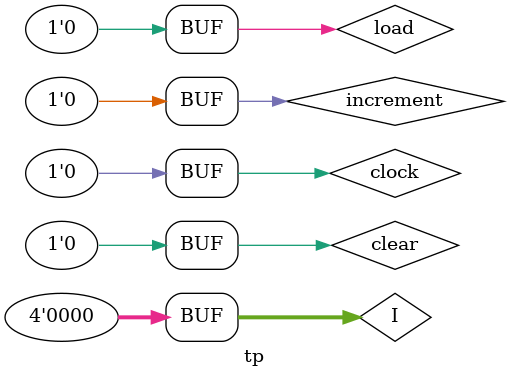
<source format=v>
`timescale 1ns / 1ps


module tp;

	// Inputs
	reg clear;
	reg load;
	reg increment;
	reg clock;
	reg [3:0] I;

	// Outputs
	wire [3:0] A;
	wire output_carry;

	// Instantiate the Unit Under Test (UUT)
	CounterWithParallelLoad uut (
		.clear(clear), 
		.load(load), 
		.increment(increment), 
		.clock(clock), 
		.I(I), 
		.A(A), 
		.output_carry(output_carry)
	);

	initial begin
		// Initialize Inputs
		clear = 0;
		load = 0;
		increment = 0;
		clock = 0;
		I = 0;

		// Wait 100 ns for global reset to finish
		#100;
        
		// Add stimulus here

	end
      
endmodule


</source>
